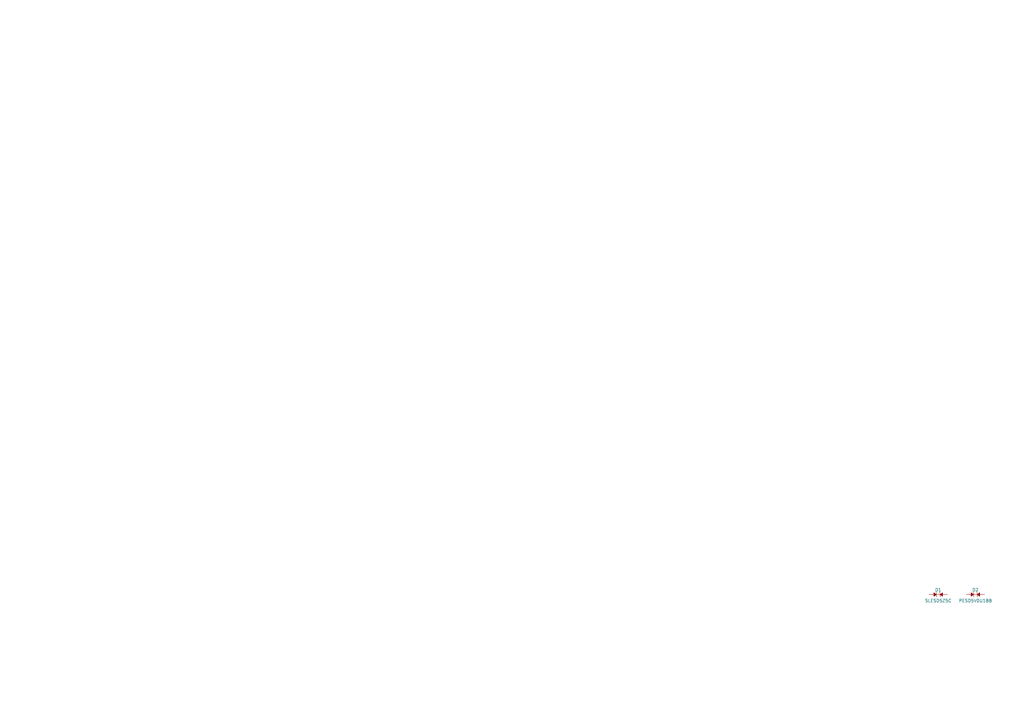
<source format=kicad_sch>
(kicad_sch
	(version 20250114)
	(generator "eeschema")
	(generator_version "9.0")
	(uuid "467b4197-ae6e-4b7a-bde0-8aa7c2d4263f")
	(paper "A3")
	(title_block
		(title "VECTRON")
		(date "2025-08-30")
		(rev "1.0.0")
		(company "STARK INDUSTRIES")
		(comment 9 "ARUDHRAN")
	)
	(lib_symbols
		(symbol "Device:C"
			(pin_numbers
				(hide yes)
			)
			(pin_names
				(offset 0.254)
			)
			(exclude_from_sim no)
			(in_bom yes)
			(on_board yes)
			(property "Reference" "C"
				(at 0.635 2.54 0)
				(effects
					(font
						(size 1.27 1.27)
					)
					(justify left)
				)
			)
			(property "Value" "C"
				(at 0.635 -2.54 0)
				(effects
					(font
						(size 1.27 1.27)
					)
					(justify left)
				)
			)
			(property "Footprint" ""
				(at 0.9652 -3.81 0)
				(effects
					(font
						(size 1.27 1.27)
					)
					(hide yes)
				)
			)
			(property "Datasheet" "~"
				(at 0 0 0)
				(effects
					(font
						(size 1.27 1.27)
					)
					(hide yes)
				)
			)
			(property "Description" "Unpolarized capacitor"
				(at 0 0 0)
				(effects
					(font
						(size 1.27 1.27)
					)
					(hide yes)
				)
			)
			(property "ki_keywords" "cap capacitor"
				(at 0 0 0)
				(effects
					(font
						(size 1.27 1.27)
					)
					(hide yes)
				)
			)
			(property "ki_fp_filters" "C_*"
				(at 0 0 0)
				(effects
					(font
						(size 1.27 1.27)
					)
					(hide yes)
				)
			)
			(symbol "C_0_1"
				(polyline
					(pts
						(xy -2.032 0.762) (xy 2.032 0.762)
					)
					(stroke
						(width 0.508)
						(type default)
					)
					(fill
						(type none)
					)
				)
				(polyline
					(pts
						(xy -2.032 -0.762) (xy 2.032 -0.762)
					)
					(stroke
						(width 0.508)
						(type default)
					)
					(fill
						(type none)
					)
				)
			)
			(symbol "C_1_1"
				(pin passive line
					(at 0 3.81 270)
					(length 2.794)
					(name "~"
						(effects
							(font
								(size 1.27 1.27)
							)
						)
					)
					(number "1"
						(effects
							(font
								(size 1.27 1.27)
							)
						)
					)
				)
				(pin passive line
					(at 0 -3.81 90)
					(length 2.794)
					(name "~"
						(effects
							(font
								(size 1.27 1.27)
							)
						)
					)
					(number "2"
						(effects
							(font
								(size 1.27 1.27)
							)
						)
					)
				)
			)
			(embedded_fonts no)
		)
		(symbol "Device:R"
			(pin_numbers
				(hide yes)
			)
			(pin_names
				(offset 0)
			)
			(exclude_from_sim no)
			(in_bom yes)
			(on_board yes)
			(property "Reference" "R"
				(at 2.032 0 90)
				(effects
					(font
						(size 1.27 1.27)
					)
				)
			)
			(property "Value" "R"
				(at 0 0 90)
				(effects
					(font
						(size 1.27 1.27)
					)
				)
			)
			(property "Footprint" ""
				(at -1.778 0 90)
				(effects
					(font
						(size 1.27 1.27)
					)
					(hide yes)
				)
			)
			(property "Datasheet" "~"
				(at 0 0 0)
				(effects
					(font
						(size 1.27 1.27)
					)
					(hide yes)
				)
			)
			(property "Description" "Resistor"
				(at 0 0 0)
				(effects
					(font
						(size 1.27 1.27)
					)
					(hide yes)
				)
			)
			(property "ki_keywords" "R res resistor"
				(at 0 0 0)
				(effects
					(font
						(size 1.27 1.27)
					)
					(hide yes)
				)
			)
			(property "ki_fp_filters" "R_*"
				(at 0 0 0)
				(effects
					(font
						(size 1.27 1.27)
					)
					(hide yes)
				)
			)
			(symbol "R_0_1"
				(rectangle
					(start -1.016 -2.54)
					(end 1.016 2.54)
					(stroke
						(width 0.254)
						(type default)
					)
					(fill
						(type none)
					)
				)
			)
			(symbol "R_1_1"
				(pin passive line
					(at 0 3.81 270)
					(length 1.27)
					(name "~"
						(effects
							(font
								(size 1.27 1.27)
							)
						)
					)
					(number "1"
						(effects
							(font
								(size 1.27 1.27)
							)
						)
					)
				)
				(pin passive line
					(at 0 -3.81 90)
					(length 1.27)
					(name "~"
						(effects
							(font
								(size 1.27 1.27)
							)
						)
					)
					(number "2"
						(effects
							(font
								(size 1.27 1.27)
							)
						)
					)
				)
			)
			(embedded_fonts no)
		)
		(symbol "ESD_Diodes:ESD_DIODE"
			(pin_numbers
				(hide yes)
			)
			(pin_names
				(offset 0)
			)
			(exclude_from_sim no)
			(in_bom yes)
			(on_board yes)
			(property "Reference" "D"
				(at 0 -0.635 0)
				(effects
					(font
						(size 1.27 1.27)
					)
				)
			)
			(property "Value" "ESD DIODE"
				(at 0 -5.08 0)
				(effects
					(font
						(size 1.27 1.27)
					)
				)
			)
			(property "Footprint" ""
				(at 0 0 0)
				(effects
					(font
						(size 1.27 1.27)
					)
					(hide yes)
				)
			)
			(property "Datasheet" ""
				(at 0 0 0)
				(effects
					(font
						(size 1.27 1.27)
					)
					(hide yes)
				)
			)
			(property "Description" ""
				(at 0 0 0)
				(effects
					(font
						(size 1.27 1.27)
					)
					(hide yes)
				)
			)
			(property "ki_keywords" "esd "
				(at 0 0 0)
				(effects
					(font
						(size 1.27 1.27)
					)
					(hide yes)
				)
			)
			(symbol "ESD_DIODE_1_1"
				(polyline
					(pts
						(xy -1.778 -2.54) (xy -2.54 -2.54)
					)
					(stroke
						(width 0)
						(type default)
					)
					(fill
						(type none)
					)
				)
				(polyline
					(pts
						(xy -0.762 -2.54) (xy -0.762 -1.778) (xy -1.016 -1.524)
					)
					(stroke
						(width 0)
						(type default)
					)
					(fill
						(type none)
					)
				)
				(polyline
					(pts
						(xy -0.762 -2.54) (xy -0.762 -3.302) (xy -0.508 -3.556)
					)
					(stroke
						(width 0)
						(type default)
					)
					(fill
						(type none)
					)
				)
				(polyline
					(pts
						(xy -0.762 -2.54) (xy -1.778 -1.778) (xy -1.778 -3.302) (xy -0.762 -2.54)
					)
					(stroke
						(width 0)
						(type solid)
					)
					(fill
						(type outline)
					)
				)
				(polyline
					(pts
						(xy 0.762 -2.54) (xy -0.762 -2.54)
					)
					(stroke
						(width 0)
						(type default)
					)
					(fill
						(type none)
					)
				)
				(polyline
					(pts
						(xy 0.762 -2.54) (xy 0.762 -1.778) (xy 0.508 -1.524)
					)
					(stroke
						(width 0)
						(type default)
					)
					(fill
						(type none)
					)
				)
				(polyline
					(pts
						(xy 0.762 -2.54) (xy 0.762 -3.302) (xy 1.016 -3.556)
					)
					(stroke
						(width 0)
						(type default)
					)
					(fill
						(type none)
					)
				)
				(polyline
					(pts
						(xy 0.762 -2.54) (xy 1.778 -3.302) (xy 1.778 -1.778) (xy 0.762 -2.54)
					)
					(stroke
						(width 0)
						(type solid)
					)
					(fill
						(type outline)
					)
				)
				(polyline
					(pts
						(xy 2.54 -2.54) (xy 1.778 -2.54)
					)
					(stroke
						(width 0)
						(type default)
					)
					(fill
						(type none)
					)
				)
				(pin passive line
					(at -3.81 -2.54 0)
					(length 1.27)
					(name ""
						(effects
							(font
								(size 1.27 1.27)
							)
						)
					)
					(number "1"
						(effects
							(font
								(size 1.27 1.27)
							)
						)
					)
				)
				(pin passive line
					(at 3.81 -2.54 180)
					(length 1.27)
					(name ""
						(effects
							(font
								(size 1.27 1.27)
							)
						)
					)
					(number "2"
						(effects
							(font
								(size 1.27 1.27)
							)
						)
					)
				)
			)
			(embedded_fonts no)
		)
	)
	(symbol
		(lib_id "Device:R")
		(at 444.5 144.78 0)
		(unit 1)
		(exclude_from_sim no)
		(in_bom yes)
		(on_board yes)
		(dnp no)
		(uuid "02c24eaa-9296-4efc-a86c-9c3602deb505")
		(property "Reference" "R9"
			(at 443.23 146.05 0)
			(effects
				(font
					(size 1.27 1.27)
				)
				(justify right)
			)
		)
		(property "Value" "R"
			(at 443.23 143.51 0)
			(effects
				(font
					(size 1.27 1.27)
				)
				(justify right)
			)
		)
		(property "Footprint" ""
			(at 442.722 144.78 90)
			(effects
				(font
					(size 1.27 1.27)
				)
				(hide yes)
			)
		)
		(property "Datasheet" "~"
			(at 444.5 144.78 0)
			(effects
				(font
					(size 1.27 1.27)
				)
				(hide yes)
			)
		)
		(property "Description" "Resistor"
			(at 444.5 144.78 0)
			(effects
				(font
					(size 1.27 1.27)
				)
				(hide yes)
			)
		)
		(pin "2"
			(uuid "e339b933-14c5-472f-ad22-5e69971f253c")
		)
		(pin "1"
			(uuid "e2818cb3-a6ff-4068-ab27-8d4cf122cb24")
		)
		(instances
			(project "Vectron"
				(path "/467b4197-ae6e-4b7a-bde0-8aa7c2d4263f"
					(reference "R9")
					(unit 1)
				)
			)
		)
	)
	(symbol
		(lib_id "Device:C")
		(at 401.32 -10.16 180)
		(unit 1)
		(exclude_from_sim no)
		(in_bom yes)
		(on_board yes)
		(dnp no)
		(uuid "096ee607-952d-4ab9-ba02-eb93edf16d6c")
		(property "Reference" "C5"
			(at 401.32 -7.62 0)
			(effects
				(font
					(size 1.27 1.27)
				)
				(justify left)
			)
		)
		(property "Value" "C"
			(at 401.32 -12.7 0)
			(effects
				(font
					(size 1.27 1.27)
				)
				(justify left)
			)
		)
		(property "Footprint" ""
			(at 400.3548 -13.97 0)
			(effects
				(font
					(size 1.27 1.27)
				)
				(hide yes)
			)
		)
		(property "Datasheet" "~"
			(at 401.32 -10.16 0)
			(effects
				(font
					(size 1.27 1.27)
				)
				(hide yes)
			)
		)
		(property "Description" "Unpolarized capacitor"
			(at 401.32 -10.16 0)
			(effects
				(font
					(size 1.27 1.27)
				)
				(hide yes)
			)
		)
		(pin "1"
			(uuid "020e7654-6519-4145-b088-7b95266b5729")
		)
		(pin "2"
			(uuid "492be3a9-870c-4092-9201-2580206e1d96")
		)
		(instances
			(project "Vectron"
				(path "/467b4197-ae6e-4b7a-bde0-8aa7c2d4263f"
					(reference "C5")
					(unit 1)
				)
			)
		)
	)
	(symbol
		(lib_id "Device:R")
		(at 29.21 -13.97 90)
		(unit 1)
		(exclude_from_sim no)
		(in_bom yes)
		(on_board yes)
		(dnp no)
		(uuid "114ce90b-c41d-4bde-8ee3-dc4dfed42f8a")
		(property "Reference" "R2"
			(at 29.21 -13.97 90)
			(effects
				(font
					(size 1.27 1.27)
				)
			)
		)
		(property "Value" "R"
			(at 29.21 -16.51 90)
			(effects
				(font
					(size 1.27 1.27)
				)
			)
		)
		(property "Footprint" ""
			(at 29.21 -12.192 90)
			(effects
				(font
					(size 1.27 1.27)
				)
				(hide yes)
			)
		)
		(property "Datasheet" "~"
			(at 29.21 -13.97 0)
			(effects
				(font
					(size 1.27 1.27)
				)
				(hide yes)
			)
		)
		(property "Description" "Resistor"
			(at 29.21 -13.97 0)
			(effects
				(font
					(size 1.27 1.27)
				)
				(hide yes)
			)
		)
		(pin "2"
			(uuid "59b5cc1b-daa8-4d5d-9f77-a24ac8094e18")
		)
		(pin "1"
			(uuid "76e2be5e-82a9-4825-b981-d35bc2df0d99")
		)
		(instances
			(project ""
				(path "/467b4197-ae6e-4b7a-bde0-8aa7c2d4263f"
					(reference "R2")
					(unit 1)
				)
			)
		)
	)
	(symbol
		(lib_id "Device:R")
		(at 378.46 -10.16 0)
		(unit 1)
		(exclude_from_sim no)
		(in_bom yes)
		(on_board yes)
		(dnp no)
		(uuid "14cfc3e2-197f-4544-ad59-1ad4329f13df")
		(property "Reference" "R5"
			(at 377.19 -8.89 0)
			(effects
				(font
					(size 1.27 1.27)
				)
				(justify right)
			)
		)
		(property "Value" "R"
			(at 377.19 -11.43 0)
			(effects
				(font
					(size 1.27 1.27)
				)
				(justify right)
			)
		)
		(property "Footprint" ""
			(at 376.682 -10.16 90)
			(effects
				(font
					(size 1.27 1.27)
				)
				(hide yes)
			)
		)
		(property "Datasheet" "~"
			(at 378.46 -10.16 0)
			(effects
				(font
					(size 1.27 1.27)
				)
				(hide yes)
			)
		)
		(property "Description" "Resistor"
			(at 378.46 -10.16 0)
			(effects
				(font
					(size 1.27 1.27)
				)
				(hide yes)
			)
		)
		(pin "2"
			(uuid "839ed9e8-9fcb-445b-998f-2c00b8d9f156")
		)
		(pin "1"
			(uuid "c1f5b2ca-0432-4262-8c7a-653dec17b73d")
		)
		(instances
			(project "Vectron"
				(path "/467b4197-ae6e-4b7a-bde0-8aa7c2d4263f"
					(reference "R5")
					(unit 1)
				)
			)
		)
	)
	(symbol
		(lib_id "Device:R")
		(at 389.89 -10.16 90)
		(unit 1)
		(exclude_from_sim no)
		(in_bom yes)
		(on_board yes)
		(dnp no)
		(uuid "1565a930-2b8e-434d-a3eb-477c0ab88234")
		(property "Reference" "R6"
			(at 389.89 -10.16 90)
			(effects
				(font
					(size 1.27 1.27)
				)
			)
		)
		(property "Value" "R"
			(at 389.89 -12.7 90)
			(effects
				(font
					(size 1.27 1.27)
				)
			)
		)
		(property "Footprint" ""
			(at 389.89 -8.382 90)
			(effects
				(font
					(size 1.27 1.27)
				)
				(hide yes)
			)
		)
		(property "Datasheet" "~"
			(at 389.89 -10.16 0)
			(effects
				(font
					(size 1.27 1.27)
				)
				(hide yes)
			)
		)
		(property "Description" "Resistor"
			(at 389.89 -10.16 0)
			(effects
				(font
					(size 1.27 1.27)
				)
				(hide yes)
			)
		)
		(pin "2"
			(uuid "eaf2b2d1-5e5a-4324-ba01-d5228b850760")
		)
		(pin "1"
			(uuid "f9a96def-e1db-4fd4-bde6-9323ca0be0ef")
		)
		(instances
			(project "Vectron"
				(path "/467b4197-ae6e-4b7a-bde0-8aa7c2d4263f"
					(reference "R6")
					(unit 1)
				)
			)
		)
	)
	(symbol
		(lib_id "Device:C")
		(at 480.06 144.78 90)
		(unit 1)
		(exclude_from_sim no)
		(in_bom yes)
		(on_board yes)
		(dnp no)
		(uuid "24f912f1-fcec-40a8-ac34-e553c77072a6")
		(property "Reference" "C10"
			(at 478.79 143.51 90)
			(effects
				(font
					(size 1.27 1.27)
				)
				(justify left)
			)
		)
		(property "Value" "C"
			(at 481.33 143.51 90)
			(effects
				(font
					(size 1.27 1.27)
				)
				(justify right)
			)
		)
		(property "Footprint" ""
			(at 483.87 143.8148 0)
			(effects
				(font
					(size 1.27 1.27)
				)
				(hide yes)
			)
		)
		(property "Datasheet" "~"
			(at 480.06 144.78 0)
			(effects
				(font
					(size 1.27 1.27)
				)
				(hide yes)
			)
		)
		(property "Description" "Unpolarized capacitor"
			(at 480.06 144.78 0)
			(effects
				(font
					(size 1.27 1.27)
				)
				(hide yes)
			)
		)
		(pin "1"
			(uuid "15c563f6-ee69-4060-9d3e-34ce5e59c76a")
		)
		(pin "2"
			(uuid "c8fb6e38-2e26-490d-bf53-bda4a0a35e54")
		)
		(instances
			(project "Vectron"
				(path "/467b4197-ae6e-4b7a-bde0-8aa7c2d4263f"
					(reference "C10")
					(unit 1)
				)
			)
		)
	)
	(symbol
		(lib_id "Device:C")
		(at 45.72 316.23 90)
		(unit 1)
		(exclude_from_sim no)
		(in_bom yes)
		(on_board yes)
		(dnp no)
		(uuid "2895ba8c-45db-44ff-9f4d-99cb8397f071")
		(property "Reference" "C16"
			(at 44.45 314.96 90)
			(effects
				(font
					(size 1.27 1.27)
				)
				(justify left)
			)
		)
		(property "Value" "C"
			(at 46.99 314.96 90)
			(effects
				(font
					(size 1.27 1.27)
				)
				(justify right)
			)
		)
		(property "Footprint" ""
			(at 49.53 315.2648 0)
			(effects
				(font
					(size 1.27 1.27)
				)
				(hide yes)
			)
		)
		(property "Datasheet" "~"
			(at 45.72 316.23 0)
			(effects
				(font
					(size 1.27 1.27)
				)
				(hide yes)
			)
		)
		(property "Description" "Unpolarized capacitor"
			(at 45.72 316.23 0)
			(effects
				(font
					(size 1.27 1.27)
				)
				(hide yes)
			)
		)
		(pin "1"
			(uuid "0961a7ac-c197-4e26-8a34-8acf6af6b74c")
		)
		(pin "2"
			(uuid "5ced1739-ce6f-4f5e-a1f3-d4618c8f5e39")
		)
		(instances
			(project "Vectron"
				(path "/467b4197-ae6e-4b7a-bde0-8aa7c2d4263f"
					(reference "C16")
					(unit 1)
				)
			)
		)
	)
	(symbol
		(lib_id "Device:R")
		(at 10.16 316.23 0)
		(unit 1)
		(exclude_from_sim no)
		(in_bom yes)
		(on_board yes)
		(dnp no)
		(uuid "396ca9b3-8923-4b7e-8805-609faa69a122")
		(property "Reference" "R15"
			(at 8.89 317.5 0)
			(effects
				(font
					(size 1.27 1.27)
				)
				(justify right)
			)
		)
		(property "Value" "R"
			(at 8.89 314.96 0)
			(effects
				(font
					(size 1.27 1.27)
				)
				(justify right)
			)
		)
		(property "Footprint" ""
			(at 8.382 316.23 90)
			(effects
				(font
					(size 1.27 1.27)
				)
				(hide yes)
			)
		)
		(property "Datasheet" "~"
			(at 10.16 316.23 0)
			(effects
				(font
					(size 1.27 1.27)
				)
				(hide yes)
			)
		)
		(property "Description" "Resistor"
			(at 10.16 316.23 0)
			(effects
				(font
					(size 1.27 1.27)
				)
				(hide yes)
			)
		)
		(pin "2"
			(uuid "4bf3fc3a-95b1-488b-9ed6-b7e770121c3e")
		)
		(pin "1"
			(uuid "39d91f08-5275-41df-8db2-148408369aa6")
		)
		(instances
			(project "Vectron"
				(path "/467b4197-ae6e-4b7a-bde0-8aa7c2d4263f"
					(reference "R15")
					(unit 1)
				)
			)
		)
	)
	(symbol
		(lib_id "Device:C")
		(at 53.34 -13.97 90)
		(unit 1)
		(exclude_from_sim no)
		(in_bom yes)
		(on_board yes)
		(dnp no)
		(uuid "3b529ac2-e272-4923-9d52-202b3b5985e8")
		(property "Reference" "C2"
			(at 52.07 -15.24 90)
			(effects
				(font
					(size 1.27 1.27)
				)
				(justify left)
			)
		)
		(property "Value" "C"
			(at 54.61 -15.24 90)
			(effects
				(font
					(size 1.27 1.27)
				)
				(justify right)
			)
		)
		(property "Footprint" ""
			(at 57.15 -14.9352 0)
			(effects
				(font
					(size 1.27 1.27)
				)
				(hide yes)
			)
		)
		(property "Datasheet" "~"
			(at 53.34 -13.97 0)
			(effects
				(font
					(size 1.27 1.27)
				)
				(hide yes)
			)
		)
		(property "Description" "Unpolarized capacitor"
			(at 53.34 -13.97 0)
			(effects
				(font
					(size 1.27 1.27)
				)
				(hide yes)
			)
		)
		(pin "1"
			(uuid "6f93544e-d13d-47eb-8fba-0a4fee30494c")
		)
		(pin "2"
			(uuid "6b7975da-ff19-4d1e-9377-0afb4c341189")
		)
		(instances
			(project ""
				(path "/467b4197-ae6e-4b7a-bde0-8aa7c2d4263f"
					(reference "C2")
					(unit 1)
				)
			)
		)
	)
	(symbol
		(lib_id "Device:R")
		(at 21.59 316.23 90)
		(unit 1)
		(exclude_from_sim no)
		(in_bom yes)
		(on_board yes)
		(dnp no)
		(uuid "463ae379-97c0-4378-982f-cdd15088c97d")
		(property "Reference" "R16"
			(at 21.59 316.23 90)
			(effects
				(font
					(size 1.27 1.27)
				)
			)
		)
		(property "Value" "R"
			(at 21.59 313.69 90)
			(effects
				(font
					(size 1.27 1.27)
				)
			)
		)
		(property "Footprint" ""
			(at 21.59 318.008 90)
			(effects
				(font
					(size 1.27 1.27)
				)
				(hide yes)
			)
		)
		(property "Datasheet" "~"
			(at 21.59 316.23 0)
			(effects
				(font
					(size 1.27 1.27)
				)
				(hide yes)
			)
		)
		(property "Description" "Resistor"
			(at 21.59 316.23 0)
			(effects
				(font
					(size 1.27 1.27)
				)
				(hide yes)
			)
		)
		(pin "2"
			(uuid "d2546318-3473-4196-a15c-f129bc442620")
		)
		(pin "1"
			(uuid "95e66946-a4e1-4f16-85a7-608bd52185b5")
		)
		(instances
			(project "Vectron"
				(path "/467b4197-ae6e-4b7a-bde0-8aa7c2d4263f"
					(reference "R16")
					(unit 1)
				)
			)
		)
	)
	(symbol
		(lib_id "Device:R")
		(at 374.65 309.88 0)
		(unit 1)
		(exclude_from_sim no)
		(in_bom yes)
		(on_board yes)
		(dnp no)
		(uuid "4643763f-ca67-4146-9c45-518ad00d2bb8")
		(property "Reference" "R13"
			(at 373.38 311.15 0)
			(effects
				(font
					(size 1.27 1.27)
				)
				(justify right)
			)
		)
		(property "Value" "R"
			(at 373.38 308.61 0)
			(effects
				(font
					(size 1.27 1.27)
				)
				(justify right)
			)
		)
		(property "Footprint" ""
			(at 372.872 309.88 90)
			(effects
				(font
					(size 1.27 1.27)
				)
				(hide yes)
			)
		)
		(property "Datasheet" "~"
			(at 374.65 309.88 0)
			(effects
				(font
					(size 1.27 1.27)
				)
				(hide yes)
			)
		)
		(property "Description" "Resistor"
			(at 374.65 309.88 0)
			(effects
				(font
					(size 1.27 1.27)
				)
				(hide yes)
			)
		)
		(pin "2"
			(uuid "96596efe-447d-4e27-8488-caf57e22b780")
		)
		(pin "1"
			(uuid "5965e41b-763f-4319-9f58-baecfddb1e83")
		)
		(instances
			(project "Vectron"
				(path "/467b4197-ae6e-4b7a-bde0-8aa7c2d4263f"
					(reference "R13")
					(unit 1)
				)
			)
		)
	)
	(symbol
		(lib_id "Device:C")
		(at 227.33 -10.16 90)
		(unit 1)
		(exclude_from_sim no)
		(in_bom yes)
		(on_board yes)
		(dnp no)
		(uuid "46a066c1-822a-4ca0-97da-2409e3a52dd4")
		(property "Reference" "C4"
			(at 226.06 -11.43 90)
			(effects
				(font
					(size 1.27 1.27)
				)
				(justify left)
			)
		)
		(property "Value" "C"
			(at 228.6 -11.43 90)
			(effects
				(font
					(size 1.27 1.27)
				)
				(justify right)
			)
		)
		(property "Footprint" ""
			(at 231.14 -11.1252 0)
			(effects
				(font
					(size 1.27 1.27)
				)
				(hide yes)
			)
		)
		(property "Datasheet" "~"
			(at 227.33 -10.16 0)
			(effects
				(font
					(size 1.27 1.27)
				)
				(hide yes)
			)
		)
		(property "Description" "Unpolarized capacitor"
			(at 227.33 -10.16 0)
			(effects
				(font
					(size 1.27 1.27)
				)
				(hide yes)
			)
		)
		(pin "1"
			(uuid "5e16eb89-2bfa-4b06-833a-3301dbe8ec7c")
		)
		(pin "2"
			(uuid "241be4f0-2067-403f-aec9-3b7251e477cf")
		)
		(instances
			(project "Vectron"
				(path "/467b4197-ae6e-4b7a-bde0-8aa7c2d4263f"
					(reference "C4")
					(unit 1)
				)
			)
		)
	)
	(symbol
		(lib_id "Device:C")
		(at 214.63 -10.16 180)
		(unit 1)
		(exclude_from_sim no)
		(in_bom yes)
		(on_board yes)
		(dnp no)
		(uuid "67874736-c871-4213-b49c-b6748db84127")
		(property "Reference" "C3"
			(at 214.63 -7.62 0)
			(effects
				(font
					(size 1.27 1.27)
				)
				(justify left)
			)
		)
		(property "Value" "C"
			(at 214.63 -12.7 0)
			(effects
				(font
					(size 1.27 1.27)
				)
				(justify left)
			)
		)
		(property "Footprint" ""
			(at 213.6648 -13.97 0)
			(effects
				(font
					(size 1.27 1.27)
				)
				(hide yes)
			)
		)
		(property "Datasheet" "~"
			(at 214.63 -10.16 0)
			(effects
				(font
					(size 1.27 1.27)
				)
				(hide yes)
			)
		)
		(property "Description" "Unpolarized capacitor"
			(at 214.63 -10.16 0)
			(effects
				(font
					(size 1.27 1.27)
				)
				(hide yes)
			)
		)
		(pin "1"
			(uuid "a376aef2-cd66-455a-8936-205928e4f142")
		)
		(pin "2"
			(uuid "ae0463fd-8839-43cf-8048-09e05cba2214")
		)
		(instances
			(project "Vectron"
				(path "/467b4197-ae6e-4b7a-bde0-8aa7c2d4263f"
					(reference "C3")
					(unit 1)
				)
			)
		)
	)
	(symbol
		(lib_id "Device:R")
		(at 17.78 -13.97 0)
		(unit 1)
		(exclude_from_sim no)
		(in_bom yes)
		(on_board yes)
		(dnp no)
		(uuid "68204369-cb3b-405d-87be-5d5ef51e4ac6")
		(property "Reference" "R1"
			(at 16.51 -12.7 0)
			(effects
				(font
					(size 1.27 1.27)
				)
				(justify right)
			)
		)
		(property "Value" "R"
			(at 16.51 -15.24 0)
			(effects
				(font
					(size 1.27 1.27)
				)
				(justify right)
			)
		)
		(property "Footprint" ""
			(at 16.002 -13.97 90)
			(effects
				(font
					(size 1.27 1.27)
				)
				(hide yes)
			)
		)
		(property "Datasheet" "~"
			(at 17.78 -13.97 0)
			(effects
				(font
					(size 1.27 1.27)
				)
				(hide yes)
			)
		)
		(property "Description" "Resistor"
			(at 17.78 -13.97 0)
			(effects
				(font
					(size 1.27 1.27)
				)
				(hide yes)
			)
		)
		(pin "2"
			(uuid "59b5cc1b-daa8-4d5d-9f77-a24ac8094e18")
		)
		(pin "1"
			(uuid "76e2be5e-82a9-4825-b981-d35bc2df0d99")
		)
		(instances
			(project ""
				(path "/467b4197-ae6e-4b7a-bde0-8aa7c2d4263f"
					(reference "R1")
					(unit 1)
				)
			)
		)
	)
	(symbol
		(lib_id "Device:C")
		(at 226.06 309.88 90)
		(unit 1)
		(exclude_from_sim no)
		(in_bom yes)
		(on_board yes)
		(dnp no)
		(uuid "6c201f96-603f-47e7-a9cf-4d046823daa4")
		(property "Reference" "C12"
			(at 224.79 308.61 90)
			(effects
				(font
					(size 1.27 1.27)
				)
				(justify left)
			)
		)
		(property "Value" "C"
			(at 227.33 308.61 90)
			(effects
				(font
					(size 1.27 1.27)
				)
				(justify right)
			)
		)
		(property "Footprint" ""
			(at 229.87 308.9148 0)
			(effects
				(font
					(size 1.27 1.27)
				)
				(hide yes)
			)
		)
		(property "Datasheet" "~"
			(at 226.06 309.88 0)
			(effects
				(font
					(size 1.27 1.27)
				)
				(hide yes)
			)
		)
		(property "Description" "Unpolarized capacitor"
			(at 226.06 309.88 0)
			(effects
				(font
					(size 1.27 1.27)
				)
				(hide yes)
			)
		)
		(pin "1"
			(uuid "d9430f4c-f2a4-4090-aeba-b755b5f39549")
		)
		(pin "2"
			(uuid "5b6c981f-2033-4a63-b2d0-bcc5484fc8cd")
		)
		(instances
			(project "Vectron"
				(path "/467b4197-ae6e-4b7a-bde0-8aa7c2d4263f"
					(reference "C12")
					(unit 1)
				)
			)
		)
	)
	(symbol
		(lib_id "Device:C")
		(at 40.64 -13.97 180)
		(unit 1)
		(exclude_from_sim no)
		(in_bom yes)
		(on_board yes)
		(dnp no)
		(uuid "6cc7ce1d-d370-414f-bd12-4e53fc0d7b1f")
		(property "Reference" "C1"
			(at 40.64 -11.43 0)
			(effects
				(font
					(size 1.27 1.27)
				)
				(justify left)
			)
		)
		(property "Value" "C"
			(at 40.64 -16.51 0)
			(effects
				(font
					(size 1.27 1.27)
				)
				(justify left)
			)
		)
		(property "Footprint" ""
			(at 39.6748 -17.78 0)
			(effects
				(font
					(size 1.27 1.27)
				)
				(hide yes)
			)
		)
		(property "Datasheet" "~"
			(at 40.64 -13.97 0)
			(effects
				(font
					(size 1.27 1.27)
				)
				(hide yes)
			)
		)
		(property "Description" "Unpolarized capacitor"
			(at 40.64 -13.97 0)
			(effects
				(font
					(size 1.27 1.27)
				)
				(hide yes)
			)
		)
		(pin "1"
			(uuid "6f93544e-d13d-47eb-8fba-0a4fee30494c")
		)
		(pin "2"
			(uuid "6b7975da-ff19-4d1e-9377-0afb4c341189")
		)
		(instances
			(project ""
				(path "/467b4197-ae6e-4b7a-bde0-8aa7c2d4263f"
					(reference "C1")
					(unit 1)
				)
			)
		)
	)
	(symbol
		(lib_id "Device:C")
		(at 397.51 309.88 180)
		(unit 1)
		(exclude_from_sim no)
		(in_bom yes)
		(on_board yes)
		(dnp no)
		(uuid "77d1f41c-8afb-4e91-83fb-c7a2cc23fdce")
		(property "Reference" "C13"
			(at 397.51 312.42 0)
			(effects
				(font
					(size 1.27 1.27)
				)
				(justify left)
			)
		)
		(property "Value" "C"
			(at 397.51 307.34 0)
			(effects
				(font
					(size 1.27 1.27)
				)
				(justify left)
			)
		)
		(property "Footprint" ""
			(at 396.5448 306.07 0)
			(effects
				(font
					(size 1.27 1.27)
				)
				(hide yes)
			)
		)
		(property "Datasheet" "~"
			(at 397.51 309.88 0)
			(effects
				(font
					(size 1.27 1.27)
				)
				(hide yes)
			)
		)
		(property "Description" "Unpolarized capacitor"
			(at 397.51 309.88 0)
			(effects
				(font
					(size 1.27 1.27)
				)
				(hide yes)
			)
		)
		(pin "1"
			(uuid "64b3c80e-d3a5-4698-8abc-8b2ed098c4de")
		)
		(pin "2"
			(uuid "045da3d2-19af-44c3-a625-0565ee395d86")
		)
		(instances
			(project "Vectron"
				(path "/467b4197-ae6e-4b7a-bde0-8aa7c2d4263f"
					(reference "C13")
					(unit 1)
				)
			)
		)
	)
	(symbol
		(lib_id "Device:C")
		(at -21.59 130.81 90)
		(unit 1)
		(exclude_from_sim no)
		(in_bom yes)
		(on_board yes)
		(dnp no)
		(uuid "8cd166a7-a2a6-4471-87de-90d40800b3fe")
		(property "Reference" "C8"
			(at -22.86 129.54 90)
			(effects
				(font
					(size 1.27 1.27)
				)
				(justify left)
			)
		)
		(property "Value" "C"
			(at -20.32 129.54 90)
			(effects
				(font
					(size 1.27 1.27)
				)
				(justify right)
			)
		)
		(property "Footprint" ""
			(at -17.78 129.8448 0)
			(effects
				(font
					(size 1.27 1.27)
				)
				(hide yes)
			)
		)
		(property "Datasheet" "~"
			(at -21.59 130.81 0)
			(effects
				(font
					(size 1.27 1.27)
				)
				(hide yes)
			)
		)
		(property "Description" "Unpolarized capacitor"
			(at -21.59 130.81 0)
			(effects
				(font
					(size 1.27 1.27)
				)
				(hide yes)
			)
		)
		(pin "1"
			(uuid "7ed8442f-ca79-42e0-8e58-523ed6acd509")
		)
		(pin "2"
			(uuid "3278d6b6-7372-41bf-96e1-cbd7a2ddc3d6")
		)
		(instances
			(project "Vectron"
				(path "/467b4197-ae6e-4b7a-bde0-8aa7c2d4263f"
					(reference "C8")
					(unit 1)
				)
			)
		)
	)
	(symbol
		(lib_id "Device:R")
		(at 190.5 309.88 0)
		(unit 1)
		(exclude_from_sim no)
		(in_bom yes)
		(on_board yes)
		(dnp no)
		(uuid "90109968-09bb-42f6-9170-d8fe9c7c5cf9")
		(property "Reference" "R11"
			(at 189.23 311.15 0)
			(effects
				(font
					(size 1.27 1.27)
				)
				(justify right)
			)
		)
		(property "Value" "R"
			(at 189.23 308.61 0)
			(effects
				(font
					(size 1.27 1.27)
				)
				(justify right)
			)
		)
		(property "Footprint" ""
			(at 188.722 309.88 90)
			(effects
				(font
					(size 1.27 1.27)
				)
				(hide yes)
			)
		)
		(property "Datasheet" "~"
			(at 190.5 309.88 0)
			(effects
				(font
					(size 1.27 1.27)
				)
				(hide yes)
			)
		)
		(property "Description" "Resistor"
			(at 190.5 309.88 0)
			(effects
				(font
					(size 1.27 1.27)
				)
				(hide yes)
			)
		)
		(pin "2"
			(uuid "0159ebb0-e047-44b9-9f1b-ba5de7070d94")
		)
		(pin "1"
			(uuid "6cd05452-86ea-45ae-9a83-f76bf3ef1d57")
		)
		(instances
			(project "Vectron"
				(path "/467b4197-ae6e-4b7a-bde0-8aa7c2d4263f"
					(reference "R11")
					(unit 1)
				)
			)
		)
	)
	(symbol
		(lib_id "Device:R")
		(at 201.93 309.88 90)
		(unit 1)
		(exclude_from_sim no)
		(in_bom yes)
		(on_board yes)
		(dnp no)
		(uuid "96f99530-31e1-4df1-a51c-9d0cdc818d30")
		(property "Reference" "R12"
			(at 201.93 309.88 90)
			(effects
				(font
					(size 1.27 1.27)
				)
			)
		)
		(property "Value" "R"
			(at 201.93 307.34 90)
			(effects
				(font
					(size 1.27 1.27)
				)
			)
		)
		(property "Footprint" ""
			(at 201.93 311.658 90)
			(effects
				(font
					(size 1.27 1.27)
				)
				(hide yes)
			)
		)
		(property "Datasheet" "~"
			(at 201.93 309.88 0)
			(effects
				(font
					(size 1.27 1.27)
				)
				(hide yes)
			)
		)
		(property "Description" "Resistor"
			(at 201.93 309.88 0)
			(effects
				(font
					(size 1.27 1.27)
				)
				(hide yes)
			)
		)
		(pin "2"
			(uuid "0e359dee-87a5-4dfe-bdd1-01afe24cb609")
		)
		(pin "1"
			(uuid "0420f368-4868-410b-a26f-ea2b95a68683")
		)
		(instances
			(project "Vectron"
				(path "/467b4197-ae6e-4b7a-bde0-8aa7c2d4263f"
					(reference "R12")
					(unit 1)
				)
			)
		)
	)
	(symbol
		(lib_id "Device:C")
		(at 410.21 309.88 90)
		(unit 1)
		(exclude_from_sim no)
		(in_bom yes)
		(on_board yes)
		(dnp no)
		(uuid "a1e90aed-c34e-47cf-ad20-d26eadf78d32")
		(property "Reference" "C14"
			(at 408.94 308.61 90)
			(effects
				(font
					(size 1.27 1.27)
				)
				(justify left)
			)
		)
		(property "Value" "C"
			(at 411.48 308.61 90)
			(effects
				(font
					(size 1.27 1.27)
				)
				(justify right)
			)
		)
		(property "Footprint" ""
			(at 414.02 308.9148 0)
			(effects
				(font
					(size 1.27 1.27)
				)
				(hide yes)
			)
		)
		(property "Datasheet" "~"
			(at 410.21 309.88 0)
			(effects
				(font
					(size 1.27 1.27)
				)
				(hide yes)
			)
		)
		(property "Description" "Unpolarized capacitor"
			(at 410.21 309.88 0)
			(effects
				(font
					(size 1.27 1.27)
				)
				(hide yes)
			)
		)
		(pin "1"
			(uuid "b3d2456d-36a6-4d60-8d19-90807a0a144f")
		)
		(pin "2"
			(uuid "fe038f42-4b6c-4a17-a3df-c1a473757fd8")
		)
		(instances
			(project "Vectron"
				(path "/467b4197-ae6e-4b7a-bde0-8aa7c2d4263f"
					(reference "C14")
					(unit 1)
				)
			)
		)
	)
	(symbol
		(lib_id "Device:R")
		(at -45.72 130.81 90)
		(unit 1)
		(exclude_from_sim no)
		(in_bom yes)
		(on_board yes)
		(dnp no)
		(uuid "a4db8027-07db-46cc-8be6-9dc17f7682cb")
		(property "Reference" "R8"
			(at -45.72 130.81 90)
			(effects
				(font
					(size 1.27 1.27)
				)
			)
		)
		(property "Value" "R"
			(at -45.72 128.27 90)
			(effects
				(font
					(size 1.27 1.27)
				)
			)
		)
		(property "Footprint" ""
			(at -45.72 132.588 90)
			(effects
				(font
					(size 1.27 1.27)
				)
				(hide yes)
			)
		)
		(property "Datasheet" "~"
			(at -45.72 130.81 0)
			(effects
				(font
					(size 1.27 1.27)
				)
				(hide yes)
			)
		)
		(property "Description" "Resistor"
			(at -45.72 130.81 0)
			(effects
				(font
					(size 1.27 1.27)
				)
				(hide yes)
			)
		)
		(pin "2"
			(uuid "586abb33-522d-4298-b4b8-ac2198e704a8")
		)
		(pin "1"
			(uuid "aa81ffba-2ebb-4865-b36f-ff851ca80521")
		)
		(instances
			(project "Vectron"
				(path "/467b4197-ae6e-4b7a-bde0-8aa7c2d4263f"
					(reference "R8")
					(unit 1)
				)
			)
		)
	)
	(symbol
		(lib_id "Device:C")
		(at 467.36 144.78 180)
		(unit 1)
		(exclude_from_sim no)
		(in_bom yes)
		(on_board yes)
		(dnp no)
		(uuid "a81e0387-b7bc-45e1-a2b7-d3ef67d6dc65")
		(property "Reference" "C9"
			(at 467.36 147.32 0)
			(effects
				(font
					(size 1.27 1.27)
				)
				(justify left)
			)
		)
		(property "Value" "C"
			(at 467.36 142.24 0)
			(effects
				(font
					(size 1.27 1.27)
				)
				(justify left)
			)
		)
		(property "Footprint" ""
			(at 466.3948 140.97 0)
			(effects
				(font
					(size 1.27 1.27)
				)
				(hide yes)
			)
		)
		(property "Datasheet" "~"
			(at 467.36 144.78 0)
			(effects
				(font
					(size 1.27 1.27)
				)
				(hide yes)
			)
		)
		(property "Description" "Unpolarized capacitor"
			(at 467.36 144.78 0)
			(effects
				(font
					(size 1.27 1.27)
				)
				(hide yes)
			)
		)
		(pin "1"
			(uuid "68ac6481-b8d8-4abb-8058-8060df8bb6cc")
		)
		(pin "2"
			(uuid "423c418b-08ab-4de2-95f9-1e734493a19f")
		)
		(instances
			(project "Vectron"
				(path "/467b4197-ae6e-4b7a-bde0-8aa7c2d4263f"
					(reference "C9")
					(unit 1)
				)
			)
		)
	)
	(symbol
		(lib_id "Device:C")
		(at 414.02 -10.16 90)
		(unit 1)
		(exclude_from_sim no)
		(in_bom yes)
		(on_board yes)
		(dnp no)
		(uuid "a97f7c06-93dc-4224-a505-a03de393dceb")
		(property "Reference" "C6"
			(at 412.75 -11.43 90)
			(effects
				(font
					(size 1.27 1.27)
				)
				(justify left)
			)
		)
		(property "Value" "C"
			(at 415.29 -11.43 90)
			(effects
				(font
					(size 1.27 1.27)
				)
				(justify right)
			)
		)
		(property "Footprint" ""
			(at 417.83 -11.1252 0)
			(effects
				(font
					(size 1.27 1.27)
				)
				(hide yes)
			)
		)
		(property "Datasheet" "~"
			(at 414.02 -10.16 0)
			(effects
				(font
					(size 1.27 1.27)
				)
				(hide yes)
			)
		)
		(property "Description" "Unpolarized capacitor"
			(at 414.02 -10.16 0)
			(effects
				(font
					(size 1.27 1.27)
				)
				(hide yes)
			)
		)
		(pin "1"
			(uuid "519f30ce-1581-4769-a727-17ccac0c7cb8")
		)
		(pin "2"
			(uuid "a838ab25-7473-4b45-885c-3a2023f868e0")
		)
		(instances
			(project "Vectron"
				(path "/467b4197-ae6e-4b7a-bde0-8aa7c2d4263f"
					(reference "C6")
					(unit 1)
				)
			)
		)
	)
	(symbol
		(lib_id "Device:R")
		(at 455.93 144.78 90)
		(unit 1)
		(exclude_from_sim no)
		(in_bom yes)
		(on_board yes)
		(dnp no)
		(uuid "bb8e66f4-dd2f-48cd-b88a-da1dbd6c729c")
		(property "Reference" "R10"
			(at 455.93 144.78 90)
			(effects
				(font
					(size 1.27 1.27)
				)
			)
		)
		(property "Value" "R"
			(at 455.93 142.24 90)
			(effects
				(font
					(size 1.27 1.27)
				)
			)
		)
		(property "Footprint" ""
			(at 455.93 146.558 90)
			(effects
				(font
					(size 1.27 1.27)
				)
				(hide yes)
			)
		)
		(property "Datasheet" "~"
			(at 455.93 144.78 0)
			(effects
				(font
					(size 1.27 1.27)
				)
				(hide yes)
			)
		)
		(property "Description" "Resistor"
			(at 455.93 144.78 0)
			(effects
				(font
					(size 1.27 1.27)
				)
				(hide yes)
			)
		)
		(pin "2"
			(uuid "d865b5f5-ed52-422d-bb13-0e759fac66c8")
		)
		(pin "1"
			(uuid "a7e67931-6c37-4e3d-b7e0-cbb5e90d18ff")
		)
		(instances
			(project "Vectron"
				(path "/467b4197-ae6e-4b7a-bde0-8aa7c2d4263f"
					(reference "R10")
					(unit 1)
				)
			)
		)
	)
	(symbol
		(lib_id "Device:R")
		(at 203.2 -10.16 90)
		(unit 1)
		(exclude_from_sim no)
		(in_bom yes)
		(on_board yes)
		(dnp no)
		(uuid "c83578fa-0a39-45ce-a57e-29642bc5f428")
		(property "Reference" "R4"
			(at 203.2 -10.16 90)
			(effects
				(font
					(size 1.27 1.27)
				)
			)
		)
		(property "Value" "R"
			(at 203.2 -12.7 90)
			(effects
				(font
					(size 1.27 1.27)
				)
			)
		)
		(property "Footprint" ""
			(at 203.2 -8.382 90)
			(effects
				(font
					(size 1.27 1.27)
				)
				(hide yes)
			)
		)
		(property "Datasheet" "~"
			(at 203.2 -10.16 0)
			(effects
				(font
					(size 1.27 1.27)
				)
				(hide yes)
			)
		)
		(property "Description" "Resistor"
			(at 203.2 -10.16 0)
			(effects
				(font
					(size 1.27 1.27)
				)
				(hide yes)
			)
		)
		(pin "2"
			(uuid "8d218bb3-3186-4b58-b00a-7e9fc16448b1")
		)
		(pin "1"
			(uuid "172dcef5-b7a1-4254-a4c8-88fdef310556")
		)
		(instances
			(project "Vectron"
				(path "/467b4197-ae6e-4b7a-bde0-8aa7c2d4263f"
					(reference "R4")
					(unit 1)
				)
			)
		)
	)
	(symbol
		(lib_id "Device:R")
		(at 191.77 -10.16 0)
		(unit 1)
		(exclude_from_sim no)
		(in_bom yes)
		(on_board yes)
		(dnp no)
		(uuid "c8d1b27f-7233-459c-8f01-e7fc70f7ae68")
		(property "Reference" "R3"
			(at 190.5 -8.89 0)
			(effects
				(font
					(size 1.27 1.27)
				)
				(justify right)
			)
		)
		(property "Value" "R"
			(at 190.5 -11.43 0)
			(effects
				(font
					(size 1.27 1.27)
				)
				(justify right)
			)
		)
		(property "Footprint" ""
			(at 189.992 -10.16 90)
			(effects
				(font
					(size 1.27 1.27)
				)
				(hide yes)
			)
		)
		(property "Datasheet" "~"
			(at 191.77 -10.16 0)
			(effects
				(font
					(size 1.27 1.27)
				)
				(hide yes)
			)
		)
		(property "Description" "Resistor"
			(at 191.77 -10.16 0)
			(effects
				(font
					(size 1.27 1.27)
				)
				(hide yes)
			)
		)
		(pin "2"
			(uuid "d7bbd72b-6959-4c69-9bc7-4f042a763da6")
		)
		(pin "1"
			(uuid "af840c8d-7742-4fcd-a36d-ccd8669e43b5")
		)
		(instances
			(project "Vectron"
				(path "/467b4197-ae6e-4b7a-bde0-8aa7c2d4263f"
					(reference "R3")
					(unit 1)
				)
			)
		)
	)
	(symbol
		(lib_id "Device:R")
		(at -57.15 130.81 0)
		(unit 1)
		(exclude_from_sim no)
		(in_bom yes)
		(on_board yes)
		(dnp no)
		(uuid "cdb4f922-52de-4e3e-abc3-d4752a15e072")
		(property "Reference" "R7"
			(at -58.42 132.08 0)
			(effects
				(font
					(size 1.27 1.27)
				)
				(justify right)
			)
		)
		(property "Value" "R"
			(at -58.42 129.54 0)
			(effects
				(font
					(size 1.27 1.27)
				)
				(justify right)
			)
		)
		(property "Footprint" ""
			(at -58.928 130.81 90)
			(effects
				(font
					(size 1.27 1.27)
				)
				(hide yes)
			)
		)
		(property "Datasheet" "~"
			(at -57.15 130.81 0)
			(effects
				(font
					(size 1.27 1.27)
				)
				(hide yes)
			)
		)
		(property "Description" "Resistor"
			(at -57.15 130.81 0)
			(effects
				(font
					(size 1.27 1.27)
				)
				(hide yes)
			)
		)
		(pin "2"
			(uuid "b8fa162a-cb6d-48f3-8280-e6dd5358c519")
		)
		(pin "1"
			(uuid "d94eeee8-ac35-440b-81ba-ffb73a49ca97")
		)
		(instances
			(project "Vectron"
				(path "/467b4197-ae6e-4b7a-bde0-8aa7c2d4263f"
					(reference "R7")
					(unit 1)
				)
			)
		)
	)
	(symbol
		(lib_id "ESD_Diodes:ESD_DIODE")
		(at 384.81 241.3 0)
		(unit 1)
		(exclude_from_sim no)
		(in_bom yes)
		(on_board yes)
		(dnp no)
		(uuid "d5e0fa73-2165-49dc-b74a-a54de206a798")
		(property "Reference" "D1"
			(at 384.81 241.935 0)
			(effects
				(font
					(size 1.27 1.27)
				)
			)
		)
		(property "Value" "SLESD5Z5C"
			(at 384.81 246.38 0)
			(effects
				(font
					(size 1.27 1.27)
				)
			)
		)
		(property "Footprint" ""
			(at 384.81 241.3 0)
			(effects
				(font
					(size 1.27 1.27)
				)
				(hide yes)
			)
		)
		(property "Datasheet" ""
			(at 384.81 241.3 0)
			(effects
				(font
					(size 1.27 1.27)
				)
				(hide yes)
			)
		)
		(property "Description" ""
			(at 384.81 241.3 0)
			(effects
				(font
					(size 1.27 1.27)
				)
				(hide yes)
			)
		)
		(pin "2"
			(uuid "eeb4d8ba-18c2-4a1d-8539-9ce79c7e4eec")
		)
		(pin "1"
			(uuid "a86e9655-0f5a-4228-8c7d-f97e54366b47")
		)
		(instances
			(project ""
				(path "/467b4197-ae6e-4b7a-bde0-8aa7c2d4263f"
					(reference "D1")
					(unit 1)
				)
			)
		)
	)
	(symbol
		(lib_id "Device:C")
		(at 33.02 316.23 180)
		(unit 1)
		(exclude_from_sim no)
		(in_bom yes)
		(on_board yes)
		(dnp no)
		(uuid "e2a1fe99-b75d-4a06-8680-97b7be8c1800")
		(property "Reference" "C15"
			(at 33.02 318.77 0)
			(effects
				(font
					(size 1.27 1.27)
				)
				(justify left)
			)
		)
		(property "Value" "C"
			(at 33.02 313.69 0)
			(effects
				(font
					(size 1.27 1.27)
				)
				(justify left)
			)
		)
		(property "Footprint" ""
			(at 32.0548 312.42 0)
			(effects
				(font
					(size 1.27 1.27)
				)
				(hide yes)
			)
		)
		(property "Datasheet" "~"
			(at 33.02 316.23 0)
			(effects
				(font
					(size 1.27 1.27)
				)
				(hide yes)
			)
		)
		(property "Description" "Unpolarized capacitor"
			(at 33.02 316.23 0)
			(effects
				(font
					(size 1.27 1.27)
				)
				(hide yes)
			)
		)
		(pin "1"
			(uuid "eeca87e3-01de-445d-ad35-9fc0f19c3845")
		)
		(pin "2"
			(uuid "10c786e1-5af3-4b5d-bff7-a15f8dbe5333")
		)
		(instances
			(project "Vectron"
				(path "/467b4197-ae6e-4b7a-bde0-8aa7c2d4263f"
					(reference "C15")
					(unit 1)
				)
			)
		)
	)
	(symbol
		(lib_id "Device:C")
		(at 213.36 309.88 180)
		(unit 1)
		(exclude_from_sim no)
		(in_bom yes)
		(on_board yes)
		(dnp no)
		(uuid "f6f7654b-7326-41dc-a68b-f3751487df40")
		(property "Reference" "C11"
			(at 213.36 312.42 0)
			(effects
				(font
					(size 1.27 1.27)
				)
				(justify left)
			)
		)
		(property "Value" "C"
			(at 213.36 307.34 0)
			(effects
				(font
					(size 1.27 1.27)
				)
				(justify left)
			)
		)
		(property "Footprint" ""
			(at 212.3948 306.07 0)
			(effects
				(font
					(size 1.27 1.27)
				)
				(hide yes)
			)
		)
		(property "Datasheet" "~"
			(at 213.36 309.88 0)
			(effects
				(font
					(size 1.27 1.27)
				)
				(hide yes)
			)
		)
		(property "Description" "Unpolarized capacitor"
			(at 213.36 309.88 0)
			(effects
				(font
					(size 1.27 1.27)
				)
				(hide yes)
			)
		)
		(pin "1"
			(uuid "9b4ee3b7-c90e-4194-97eb-8529d9949181")
		)
		(pin "2"
			(uuid "74a33b22-a369-4e47-b805-20c1ae3ee241")
		)
		(instances
			(project "Vectron"
				(path "/467b4197-ae6e-4b7a-bde0-8aa7c2d4263f"
					(reference "C11")
					(unit 1)
				)
			)
		)
	)
	(symbol
		(lib_id "Device:R")
		(at 386.08 309.88 90)
		(unit 1)
		(exclude_from_sim no)
		(in_bom yes)
		(on_board yes)
		(dnp no)
		(uuid "fbd778f2-a6a9-406a-a7a7-a5718d1035af")
		(property "Reference" "R14"
			(at 386.08 309.88 90)
			(effects
				(font
					(size 1.27 1.27)
				)
			)
		)
		(property "Value" "R"
			(at 386.08 307.34 90)
			(effects
				(font
					(size 1.27 1.27)
				)
			)
		)
		(property "Footprint" ""
			(at 386.08 311.658 90)
			(effects
				(font
					(size 1.27 1.27)
				)
				(hide yes)
			)
		)
		(property "Datasheet" "~"
			(at 386.08 309.88 0)
			(effects
				(font
					(size 1.27 1.27)
				)
				(hide yes)
			)
		)
		(property "Description" "Resistor"
			(at 386.08 309.88 0)
			(effects
				(font
					(size 1.27 1.27)
				)
				(hide yes)
			)
		)
		(pin "2"
			(uuid "5de06574-8f0d-49e5-9886-dd24a3bc66d6")
		)
		(pin "1"
			(uuid "2b5e636e-3b84-46e3-a61e-b39650b53a69")
		)
		(instances
			(project "Vectron"
				(path "/467b4197-ae6e-4b7a-bde0-8aa7c2d4263f"
					(reference "R14")
					(unit 1)
				)
			)
		)
	)
	(symbol
		(lib_id "Device:C")
		(at -34.29 130.81 180)
		(unit 1)
		(exclude_from_sim no)
		(in_bom yes)
		(on_board yes)
		(dnp no)
		(uuid "fd2c879f-4a29-4f8b-8a70-5a968c4c1fca")
		(property "Reference" "C7"
			(at -34.29 133.35 0)
			(effects
				(font
					(size 1.27 1.27)
				)
				(justify left)
			)
		)
		(property "Value" "C"
			(at -34.29 128.27 0)
			(effects
				(font
					(size 1.27 1.27)
				)
				(justify left)
			)
		)
		(property "Footprint" ""
			(at -35.2552 127 0)
			(effects
				(font
					(size 1.27 1.27)
				)
				(hide yes)
			)
		)
		(property "Datasheet" "~"
			(at -34.29 130.81 0)
			(effects
				(font
					(size 1.27 1.27)
				)
				(hide yes)
			)
		)
		(property "Description" "Unpolarized capacitor"
			(at -34.29 130.81 0)
			(effects
				(font
					(size 1.27 1.27)
				)
				(hide yes)
			)
		)
		(pin "1"
			(uuid "ce04e730-d130-4fbe-b2fa-9e84ed84393b")
		)
		(pin "2"
			(uuid "d3c08a56-445a-46aa-b743-8b7b4f49f939")
		)
		(instances
			(project "Vectron"
				(path "/467b4197-ae6e-4b7a-bde0-8aa7c2d4263f"
					(reference "C7")
					(unit 1)
				)
			)
		)
	)
	(symbol
		(lib_id "ESD_Diodes:ESD_DIODE")
		(at 400.05 241.3 0)
		(unit 1)
		(exclude_from_sim no)
		(in_bom yes)
		(on_board yes)
		(dnp no)
		(uuid "fd67a058-b779-44c5-99b2-5ab300c322b3")
		(property "Reference" "D2"
			(at 400.05 241.935 0)
			(effects
				(font
					(size 1.27 1.27)
				)
			)
		)
		(property "Value" "PESD5V0U1BB"
			(at 400.05 246.38 0)
			(effects
				(font
					(size 1.27 1.27)
				)
			)
		)
		(property "Footprint" ""
			(at 400.05 241.3 0)
			(effects
				(font
					(size 1.27 1.27)
				)
				(hide yes)
			)
		)
		(property "Datasheet" ""
			(at 400.05 241.3 0)
			(effects
				(font
					(size 1.27 1.27)
				)
				(hide yes)
			)
		)
		(property "Description" ""
			(at 400.05 241.3 0)
			(effects
				(font
					(size 1.27 1.27)
				)
				(hide yes)
			)
		)
		(pin "2"
			(uuid "eeb4d8ba-18c2-4a1d-8539-9ce79c7e4eec")
		)
		(pin "1"
			(uuid "a86e9655-0f5a-4228-8c7d-f97e54366b47")
		)
		(instances
			(project ""
				(path "/467b4197-ae6e-4b7a-bde0-8aa7c2d4263f"
					(reference "D2")
					(unit 1)
				)
			)
		)
	)
	(sheet_instances
		(path "/"
			(page "1")
		)
	)
	(embedded_fonts no)
	(embedded_files
		(file
			(name "drawnby.kicad_wks")
			(type worksheet)
			(data |KLUv/WCjCkUWAFafYyEA1w4WHCSqx1mCzrBErr1UFAnx+4M2IpX8cEv+/3+oJwJZAFMAXgAlaL7o
				uTz/zxA9/+PBudo2sSeDJec7Thoya9X+/IhJbmLSkFm2/YTTL/kXAICAABW9p9XaKk6FR+eQaNX5
				fDC76R6DZq29br1tnjjNPioAAoI0ROKMoIhDhW050826hmFY7VUAvHl2bGe30xOtbNVf8g8/q1d2
				u2amUhZN/KCjnrOb+RSf7Nq1CoknGbaTj7/98z2aojODXfWbXpanePv2aDp2dbW2P4OfVlV77p/L
				4JAajF7VD5b57HR2FKxYugpX8RO+jOQZNna9TGcZuUXTqoZYC+ut2gnFu1i6DKfBMTwIipBZWVdr
				NwvRCS3VfVyD02EuFw9FaIU/2Mg5m7K/6WKbOvhTESi7AQGB4d5bN23TEpiV2b6uzEJgWys2i55o
				OMtF3Gy77oXd7bKIWy/7TTqJyQTR8mTUu5lwFQmFkXh8XOXrusdF0y4Lk3CTLuI5sEPEJPi4E1a1
				XeTzPvLxd+21I+4PgIqg8UyGmJESKUiSFDpwRKTmqhvOw4aWBWZRQuAujZYrbLBQBQHATYc2Zfm3
				Eo69zsd5liNStkM9Tr1MhlS/W8LW8L5iQQKDMdPTt0yWQ4NkhE0+LovsXoZ8So5BbrB4EF4SOl0e
				khTCzDE+O3mysrN5ITnRDvz5rvxhAj6UmT2EKMQka9gSgH4Ehj7fneXic/aVZ40QEOhTp3yZIFgQ
				j4qCmKgczYBrl1INk1Xj1EF8QP+UyTFpKQeZ6VP2oIYBDX3qQasgzU8ue8p9ZLVJlxr9QYIQ3SH1
				olHZK2dxQG6f5ThsBMg0wiItOv61V+bba3i0CwJCWiUxNbDpCxfykGD+6CZ1SsPLtuhh/mrQcMBh
				Fo2WO1t0kNa2abmYkaJnfsZeo1eTmqZjZ/0bhou4jZw0IB2DXgU=|
			)
			(checksum "7B2771A299185B03AD1E56A709A1FEF8")
		)
	)
)

</source>
